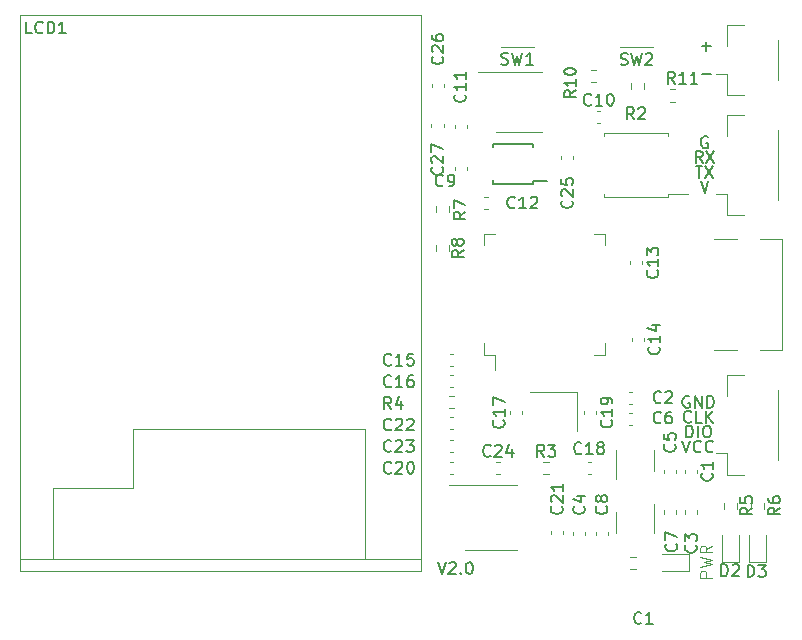
<source format=gbr>
%TF.GenerationSoftware,KiCad,Pcbnew,(6.0.6)*%
%TF.CreationDate,2022-11-24T20:23:29+08:00*%
%TF.ProjectId,Debugger-PCB,44656275-6767-4657-922d-5043422e6b69,rev?*%
%TF.SameCoordinates,Original*%
%TF.FileFunction,Legend,Top*%
%TF.FilePolarity,Positive*%
%FSLAX46Y46*%
G04 Gerber Fmt 4.6, Leading zero omitted, Abs format (unit mm)*
G04 Created by KiCad (PCBNEW (6.0.6)) date 2022-11-24 20:23:29*
%MOMM*%
%LPD*%
G01*
G04 APERTURE LIST*
%ADD10C,0.150000*%
%ADD11C,0.100000*%
%ADD12C,0.120000*%
G04 APERTURE END LIST*
D10*
X152501190Y-130252380D02*
X152834523Y-131252380D01*
X153167857Y-130252380D01*
X153453571Y-130347619D02*
X153501190Y-130300000D01*
X153596428Y-130252380D01*
X153834523Y-130252380D01*
X153929761Y-130300000D01*
X153977380Y-130347619D01*
X154025000Y-130442857D01*
X154025000Y-130538095D01*
X153977380Y-130680952D01*
X153405952Y-131252380D01*
X154025000Y-131252380D01*
X154453571Y-131157142D02*
X154501190Y-131204761D01*
X154453571Y-131252380D01*
X154405952Y-131204761D01*
X154453571Y-131157142D01*
X154453571Y-131252380D01*
X155120238Y-130252380D02*
X155215476Y-130252380D01*
X155310714Y-130300000D01*
X155358333Y-130347619D01*
X155405952Y-130442857D01*
X155453571Y-130633333D01*
X155453571Y-130871428D01*
X155405952Y-131061904D01*
X155358333Y-131157142D01*
X155310714Y-131204761D01*
X155215476Y-131252380D01*
X155120238Y-131252380D01*
X155025000Y-131204761D01*
X154977380Y-131157142D01*
X154929761Y-131061904D01*
X154882142Y-130871428D01*
X154882142Y-130633333D01*
X154929761Y-130442857D01*
X154977380Y-130347619D01*
X155025000Y-130300000D01*
X155120238Y-130252380D01*
X173524990Y-119696913D02*
X173524990Y-118696913D01*
X173763085Y-118696913D01*
X173905942Y-118744533D01*
X174001180Y-118839771D01*
X174048800Y-118935009D01*
X174096419Y-119125485D01*
X174096419Y-119268342D01*
X174048800Y-119458818D01*
X174001180Y-119554056D01*
X173905942Y-119649294D01*
X173763085Y-119696913D01*
X173524990Y-119696913D01*
X174524990Y-119696913D02*
X174524990Y-118696913D01*
X175191657Y-118696913D02*
X175382133Y-118696913D01*
X175477371Y-118744533D01*
X175572609Y-118839771D01*
X175620228Y-119030247D01*
X175620228Y-119363580D01*
X175572609Y-119554056D01*
X175477371Y-119649294D01*
X175382133Y-119696913D01*
X175191657Y-119696913D01*
X175096419Y-119649294D01*
X175001180Y-119554056D01*
X174953561Y-119363580D01*
X174953561Y-119030247D01*
X175001180Y-118839771D01*
X175096419Y-118744533D01*
X175191657Y-118696913D01*
X173215466Y-119958446D02*
X173548800Y-120958446D01*
X173882133Y-119958446D01*
X174786895Y-120863208D02*
X174739276Y-120910827D01*
X174596419Y-120958446D01*
X174501180Y-120958446D01*
X174358323Y-120910827D01*
X174263085Y-120815589D01*
X174215466Y-120720351D01*
X174167847Y-120529875D01*
X174167847Y-120387018D01*
X174215466Y-120196542D01*
X174263085Y-120101304D01*
X174358323Y-120006066D01*
X174501180Y-119958446D01*
X174596419Y-119958446D01*
X174739276Y-120006066D01*
X174786895Y-120053685D01*
X175786895Y-120863208D02*
X175739276Y-120910827D01*
X175596419Y-120958446D01*
X175501180Y-120958446D01*
X175358323Y-120910827D01*
X175263085Y-120815589D01*
X175215466Y-120720351D01*
X175167847Y-120529875D01*
X175167847Y-120387018D01*
X175215466Y-120196542D01*
X175263085Y-120101304D01*
X175358323Y-120006066D01*
X175501180Y-119958446D01*
X175596419Y-119958446D01*
X175739276Y-120006066D01*
X175786895Y-120053685D01*
X175344104Y-94242000D02*
X175248866Y-94194380D01*
X175106009Y-94194380D01*
X174963152Y-94242000D01*
X174867914Y-94337238D01*
X174820295Y-94432476D01*
X174772676Y-94622952D01*
X174772676Y-94765809D01*
X174820295Y-94956285D01*
X174867914Y-95051523D01*
X174963152Y-95146761D01*
X175106009Y-95194380D01*
X175201247Y-95194380D01*
X175344104Y-95146761D01*
X175391723Y-95099142D01*
X175391723Y-94765809D01*
X175201247Y-94765809D01*
X174748866Y-97978979D02*
X175082200Y-98978979D01*
X175415533Y-97978979D01*
X174828247Y-88895228D02*
X175590152Y-88895228D01*
X173953561Y-118340142D02*
X173905942Y-118387761D01*
X173763085Y-118435380D01*
X173667847Y-118435380D01*
X173524990Y-118387761D01*
X173429752Y-118292523D01*
X173382133Y-118197285D01*
X173334514Y-118006809D01*
X173334514Y-117863952D01*
X173382133Y-117673476D01*
X173429752Y-117578238D01*
X173524990Y-117483000D01*
X173667847Y-117435380D01*
X173763085Y-117435380D01*
X173905942Y-117483000D01*
X173953561Y-117530619D01*
X174858323Y-118435380D02*
X174382133Y-118435380D01*
X174382133Y-117435380D01*
X175191657Y-118435380D02*
X175191657Y-117435380D01*
X175763085Y-118435380D02*
X175334514Y-117863952D01*
X175763085Y-117435380D02*
X175191657Y-118006809D01*
X174828247Y-86558428D02*
X175590152Y-86558428D01*
X175209200Y-86939380D02*
X175209200Y-86177476D01*
X173786895Y-116221467D02*
X173691657Y-116173847D01*
X173548800Y-116173847D01*
X173405942Y-116221467D01*
X173310704Y-116316705D01*
X173263085Y-116411943D01*
X173215466Y-116602419D01*
X173215466Y-116745276D01*
X173263085Y-116935752D01*
X173310704Y-117030990D01*
X173405942Y-117126228D01*
X173548800Y-117173847D01*
X173644038Y-117173847D01*
X173786895Y-117126228D01*
X173834514Y-117078609D01*
X173834514Y-116745276D01*
X173644038Y-116745276D01*
X174263085Y-117173847D02*
X174263085Y-116173847D01*
X174834514Y-117173847D01*
X174834514Y-116173847D01*
X175310704Y-117173847D02*
X175310704Y-116173847D01*
X175548800Y-116173847D01*
X175691657Y-116221467D01*
X175786895Y-116316705D01*
X175834514Y-116411943D01*
X175882133Y-116602419D01*
X175882133Y-116745276D01*
X175834514Y-116935752D01*
X175786895Y-117030990D01*
X175691657Y-117126228D01*
X175548800Y-117173847D01*
X175310704Y-117173847D01*
X169733333Y-135382142D02*
X169685714Y-135429761D01*
X169542857Y-135477380D01*
X169447619Y-135477380D01*
X169304761Y-135429761D01*
X169209523Y-135334523D01*
X169161904Y-135239285D01*
X169114285Y-135048809D01*
X169114285Y-134905952D01*
X169161904Y-134715476D01*
X169209523Y-134620238D01*
X169304761Y-134525000D01*
X169447619Y-134477380D01*
X169542857Y-134477380D01*
X169685714Y-134525000D01*
X169733333Y-134572619D01*
X170685714Y-135477380D02*
X170114285Y-135477380D01*
X170400000Y-135477380D02*
X170400000Y-134477380D01*
X170304761Y-134620238D01*
X170209523Y-134715476D01*
X170114285Y-134763095D01*
X174915533Y-96455913D02*
X174582200Y-95979723D01*
X174344104Y-96455913D02*
X174344104Y-95455913D01*
X174725057Y-95455913D01*
X174820295Y-95503533D01*
X174867914Y-95551152D01*
X174915533Y-95646390D01*
X174915533Y-95789247D01*
X174867914Y-95884485D01*
X174820295Y-95932104D01*
X174725057Y-95979723D01*
X174344104Y-95979723D01*
X175248866Y-95455913D02*
X175915533Y-96455913D01*
X175915533Y-95455913D02*
X175248866Y-96455913D01*
X174320295Y-96717446D02*
X174891723Y-96717446D01*
X174606009Y-97717446D02*
X174606009Y-96717446D01*
X175129819Y-96717446D02*
X175796485Y-97717446D01*
X175796485Y-96717446D02*
X175129819Y-97717446D01*
%TO.C,SW1*%
X157891666Y-88079761D02*
X158034523Y-88127380D01*
X158272619Y-88127380D01*
X158367857Y-88079761D01*
X158415476Y-88032142D01*
X158463095Y-87936904D01*
X158463095Y-87841666D01*
X158415476Y-87746428D01*
X158367857Y-87698809D01*
X158272619Y-87651190D01*
X158082142Y-87603571D01*
X157986904Y-87555952D01*
X157939285Y-87508333D01*
X157891666Y-87413095D01*
X157891666Y-87317857D01*
X157939285Y-87222619D01*
X157986904Y-87175000D01*
X158082142Y-87127380D01*
X158320238Y-87127380D01*
X158463095Y-87175000D01*
X158796428Y-87127380D02*
X159034523Y-88127380D01*
X159225000Y-87413095D01*
X159415476Y-88127380D01*
X159653571Y-87127380D01*
X160558333Y-88127380D02*
X159986904Y-88127380D01*
X160272619Y-88127380D02*
X160272619Y-87127380D01*
X160177380Y-87270238D01*
X160082142Y-87365476D01*
X159986904Y-87413095D01*
%TO.C,SW2*%
X167991666Y-88104761D02*
X168134523Y-88152380D01*
X168372619Y-88152380D01*
X168467857Y-88104761D01*
X168515476Y-88057142D01*
X168563095Y-87961904D01*
X168563095Y-87866666D01*
X168515476Y-87771428D01*
X168467857Y-87723809D01*
X168372619Y-87676190D01*
X168182142Y-87628571D01*
X168086904Y-87580952D01*
X168039285Y-87533333D01*
X167991666Y-87438095D01*
X167991666Y-87342857D01*
X168039285Y-87247619D01*
X168086904Y-87200000D01*
X168182142Y-87152380D01*
X168420238Y-87152380D01*
X168563095Y-87200000D01*
X168896428Y-87152380D02*
X169134523Y-88152380D01*
X169325000Y-87438095D01*
X169515476Y-88152380D01*
X169753571Y-87152380D01*
X170086904Y-87247619D02*
X170134523Y-87200000D01*
X170229761Y-87152380D01*
X170467857Y-87152380D01*
X170563095Y-87200000D01*
X170610714Y-87247619D01*
X170658333Y-87342857D01*
X170658333Y-87438095D01*
X170610714Y-87580952D01*
X170039285Y-88152380D01*
X170658333Y-88152380D01*
%TO.C,D3*%
X178738304Y-131490980D02*
X178738304Y-130490980D01*
X178976400Y-130490980D01*
X179119257Y-130538600D01*
X179214495Y-130633838D01*
X179262114Y-130729076D01*
X179309733Y-130919552D01*
X179309733Y-131062409D01*
X179262114Y-131252885D01*
X179214495Y-131348123D01*
X179119257Y-131443361D01*
X178976400Y-131490980D01*
X178738304Y-131490980D01*
X179643066Y-130490980D02*
X180262114Y-130490980D01*
X179928780Y-130871933D01*
X180071638Y-130871933D01*
X180166876Y-130919552D01*
X180214495Y-130967171D01*
X180262114Y-131062409D01*
X180262114Y-131300504D01*
X180214495Y-131395742D01*
X180166876Y-131443361D01*
X180071638Y-131490980D01*
X179785923Y-131490980D01*
X179690685Y-131443361D01*
X179643066Y-131395742D01*
%TO.C,LCD1*%
X118137133Y-85491580D02*
X117660942Y-85491580D01*
X117660942Y-84491580D01*
X119041895Y-85396342D02*
X118994276Y-85443961D01*
X118851419Y-85491580D01*
X118756180Y-85491580D01*
X118613323Y-85443961D01*
X118518085Y-85348723D01*
X118470466Y-85253485D01*
X118422847Y-85063009D01*
X118422847Y-84920152D01*
X118470466Y-84729676D01*
X118518085Y-84634438D01*
X118613323Y-84539200D01*
X118756180Y-84491580D01*
X118851419Y-84491580D01*
X118994276Y-84539200D01*
X119041895Y-84586819D01*
X119470466Y-85491580D02*
X119470466Y-84491580D01*
X119708561Y-84491580D01*
X119851419Y-84539200D01*
X119946657Y-84634438D01*
X119994276Y-84729676D01*
X120041895Y-84920152D01*
X120041895Y-85063009D01*
X119994276Y-85253485D01*
X119946657Y-85348723D01*
X119851419Y-85443961D01*
X119708561Y-85491580D01*
X119470466Y-85491580D01*
X120994276Y-85491580D02*
X120422847Y-85491580D01*
X120708561Y-85491580D02*
X120708561Y-84491580D01*
X120613323Y-84634438D01*
X120518085Y-84729676D01*
X120422847Y-84777295D01*
%TO.C,C9*%
X152944533Y-98350342D02*
X152896914Y-98397961D01*
X152754057Y-98445580D01*
X152658819Y-98445580D01*
X152515961Y-98397961D01*
X152420723Y-98302723D01*
X152373104Y-98207485D01*
X152325485Y-98017009D01*
X152325485Y-97874152D01*
X152373104Y-97683676D01*
X152420723Y-97588438D01*
X152515961Y-97493200D01*
X152658819Y-97445580D01*
X152754057Y-97445580D01*
X152896914Y-97493200D01*
X152944533Y-97540819D01*
X153420723Y-98445580D02*
X153611200Y-98445580D01*
X153706438Y-98397961D01*
X153754057Y-98350342D01*
X153849295Y-98207485D01*
X153896914Y-98017009D01*
X153896914Y-97636057D01*
X153849295Y-97540819D01*
X153801676Y-97493200D01*
X153706438Y-97445580D01*
X153515961Y-97445580D01*
X153420723Y-97493200D01*
X153373104Y-97540819D01*
X153325485Y-97636057D01*
X153325485Y-97874152D01*
X153373104Y-97969390D01*
X153420723Y-98017009D01*
X153515961Y-98064628D01*
X153706438Y-98064628D01*
X153801676Y-98017009D01*
X153849295Y-97969390D01*
X153896914Y-97874152D01*
%TO.C,C25*%
X163856942Y-99652057D02*
X163904561Y-99699676D01*
X163952180Y-99842533D01*
X163952180Y-99937771D01*
X163904561Y-100080628D01*
X163809323Y-100175866D01*
X163714085Y-100223485D01*
X163523609Y-100271104D01*
X163380752Y-100271104D01*
X163190276Y-100223485D01*
X163095038Y-100175866D01*
X162999800Y-100080628D01*
X162952180Y-99937771D01*
X162952180Y-99842533D01*
X162999800Y-99699676D01*
X163047419Y-99652057D01*
X163047419Y-99271104D02*
X162999800Y-99223485D01*
X162952180Y-99128247D01*
X162952180Y-98890152D01*
X162999800Y-98794914D01*
X163047419Y-98747295D01*
X163142657Y-98699676D01*
X163237895Y-98699676D01*
X163380752Y-98747295D01*
X163952180Y-99318723D01*
X163952180Y-98699676D01*
X162952180Y-97794914D02*
X162952180Y-98271104D01*
X163428371Y-98318723D01*
X163380752Y-98271104D01*
X163333133Y-98175866D01*
X163333133Y-97937771D01*
X163380752Y-97842533D01*
X163428371Y-97794914D01*
X163523609Y-97747295D01*
X163761704Y-97747295D01*
X163856942Y-97794914D01*
X163904561Y-97842533D01*
X163952180Y-97937771D01*
X163952180Y-98175866D01*
X163904561Y-98271104D01*
X163856942Y-98318723D01*
%TO.C,R3*%
X161504333Y-121323380D02*
X161171000Y-120847190D01*
X160932904Y-121323380D02*
X160932904Y-120323380D01*
X161313857Y-120323380D01*
X161409095Y-120371000D01*
X161456714Y-120418619D01*
X161504333Y-120513857D01*
X161504333Y-120656714D01*
X161456714Y-120751952D01*
X161409095Y-120799571D01*
X161313857Y-120847190D01*
X160932904Y-120847190D01*
X161837666Y-120323380D02*
X162456714Y-120323380D01*
X162123380Y-120704333D01*
X162266238Y-120704333D01*
X162361476Y-120751952D01*
X162409095Y-120799571D01*
X162456714Y-120894809D01*
X162456714Y-121132904D01*
X162409095Y-121228142D01*
X162361476Y-121275761D01*
X162266238Y-121323380D01*
X161980523Y-121323380D01*
X161885285Y-121275761D01*
X161837666Y-121228142D01*
%TO.C,C15*%
X148556742Y-113514142D02*
X148509123Y-113561761D01*
X148366266Y-113609380D01*
X148271028Y-113609380D01*
X148128171Y-113561761D01*
X148032933Y-113466523D01*
X147985314Y-113371285D01*
X147937695Y-113180809D01*
X147937695Y-113037952D01*
X147985314Y-112847476D01*
X148032933Y-112752238D01*
X148128171Y-112657000D01*
X148271028Y-112609380D01*
X148366266Y-112609380D01*
X148509123Y-112657000D01*
X148556742Y-112704619D01*
X149509123Y-113609380D02*
X148937695Y-113609380D01*
X149223409Y-113609380D02*
X149223409Y-112609380D01*
X149128171Y-112752238D01*
X149032933Y-112847476D01*
X148937695Y-112895095D01*
X150413885Y-112609380D02*
X149937695Y-112609380D01*
X149890076Y-113085571D01*
X149937695Y-113037952D01*
X150032933Y-112990333D01*
X150271028Y-112990333D01*
X150366266Y-113037952D01*
X150413885Y-113085571D01*
X150461504Y-113180809D01*
X150461504Y-113418904D01*
X150413885Y-113514142D01*
X150366266Y-113561761D01*
X150271028Y-113609380D01*
X150032933Y-113609380D01*
X149937695Y-113561761D01*
X149890076Y-113514142D01*
%TO.C,C10*%
X165478142Y-91498142D02*
X165430523Y-91545761D01*
X165287666Y-91593380D01*
X165192428Y-91593380D01*
X165049571Y-91545761D01*
X164954333Y-91450523D01*
X164906714Y-91355285D01*
X164859095Y-91164809D01*
X164859095Y-91021952D01*
X164906714Y-90831476D01*
X164954333Y-90736238D01*
X165049571Y-90641000D01*
X165192428Y-90593380D01*
X165287666Y-90593380D01*
X165430523Y-90641000D01*
X165478142Y-90688619D01*
X166430523Y-91593380D02*
X165859095Y-91593380D01*
X166144809Y-91593380D02*
X166144809Y-90593380D01*
X166049571Y-90736238D01*
X165954333Y-90831476D01*
X165859095Y-90879095D01*
X167049571Y-90593380D02*
X167144809Y-90593380D01*
X167240047Y-90641000D01*
X167287666Y-90688619D01*
X167335285Y-90783857D01*
X167382904Y-90974333D01*
X167382904Y-91212428D01*
X167335285Y-91402904D01*
X167287666Y-91498142D01*
X167240047Y-91545761D01*
X167144809Y-91593380D01*
X167049571Y-91593380D01*
X166954333Y-91545761D01*
X166906714Y-91498142D01*
X166859095Y-91402904D01*
X166811476Y-91212428D01*
X166811476Y-90974333D01*
X166859095Y-90783857D01*
X166906714Y-90688619D01*
X166954333Y-90641000D01*
X167049571Y-90593380D01*
%TO.C,C16*%
X148556742Y-115342942D02*
X148509123Y-115390561D01*
X148366266Y-115438180D01*
X148271028Y-115438180D01*
X148128171Y-115390561D01*
X148032933Y-115295323D01*
X147985314Y-115200085D01*
X147937695Y-115009609D01*
X147937695Y-114866752D01*
X147985314Y-114676276D01*
X148032933Y-114581038D01*
X148128171Y-114485800D01*
X148271028Y-114438180D01*
X148366266Y-114438180D01*
X148509123Y-114485800D01*
X148556742Y-114533419D01*
X149509123Y-115438180D02*
X148937695Y-115438180D01*
X149223409Y-115438180D02*
X149223409Y-114438180D01*
X149128171Y-114581038D01*
X149032933Y-114676276D01*
X148937695Y-114723895D01*
X150366266Y-114438180D02*
X150175790Y-114438180D01*
X150080552Y-114485800D01*
X150032933Y-114533419D01*
X149937695Y-114676276D01*
X149890076Y-114866752D01*
X149890076Y-115247704D01*
X149937695Y-115342942D01*
X149985314Y-115390561D01*
X150080552Y-115438180D01*
X150271028Y-115438180D01*
X150366266Y-115390561D01*
X150413885Y-115342942D01*
X150461504Y-115247704D01*
X150461504Y-115009609D01*
X150413885Y-114914371D01*
X150366266Y-114866752D01*
X150271028Y-114819133D01*
X150080552Y-114819133D01*
X149985314Y-114866752D01*
X149937695Y-114914371D01*
X149890076Y-115009609D01*
%TO.C,C18*%
X164660342Y-121007142D02*
X164612723Y-121054761D01*
X164469866Y-121102380D01*
X164374628Y-121102380D01*
X164231771Y-121054761D01*
X164136533Y-120959523D01*
X164088914Y-120864285D01*
X164041295Y-120673809D01*
X164041295Y-120530952D01*
X164088914Y-120340476D01*
X164136533Y-120245238D01*
X164231771Y-120150000D01*
X164374628Y-120102380D01*
X164469866Y-120102380D01*
X164612723Y-120150000D01*
X164660342Y-120197619D01*
X165612723Y-121102380D02*
X165041295Y-121102380D01*
X165327009Y-121102380D02*
X165327009Y-120102380D01*
X165231771Y-120245238D01*
X165136533Y-120340476D01*
X165041295Y-120388095D01*
X166184152Y-120530952D02*
X166088914Y-120483333D01*
X166041295Y-120435714D01*
X165993676Y-120340476D01*
X165993676Y-120292857D01*
X166041295Y-120197619D01*
X166088914Y-120150000D01*
X166184152Y-120102380D01*
X166374628Y-120102380D01*
X166469866Y-120150000D01*
X166517485Y-120197619D01*
X166565104Y-120292857D01*
X166565104Y-120340476D01*
X166517485Y-120435714D01*
X166469866Y-120483333D01*
X166374628Y-120530952D01*
X166184152Y-120530952D01*
X166088914Y-120578571D01*
X166041295Y-120626190D01*
X165993676Y-120721428D01*
X165993676Y-120911904D01*
X166041295Y-121007142D01*
X166088914Y-121054761D01*
X166184152Y-121102380D01*
X166374628Y-121102380D01*
X166469866Y-121054761D01*
X166517485Y-121007142D01*
X166565104Y-120911904D01*
X166565104Y-120721428D01*
X166517485Y-120626190D01*
X166469866Y-120578571D01*
X166374628Y-120530952D01*
%TO.C,C23*%
X148556742Y-120829342D02*
X148509123Y-120876961D01*
X148366266Y-120924580D01*
X148271028Y-120924580D01*
X148128171Y-120876961D01*
X148032933Y-120781723D01*
X147985314Y-120686485D01*
X147937695Y-120496009D01*
X147937695Y-120353152D01*
X147985314Y-120162676D01*
X148032933Y-120067438D01*
X148128171Y-119972200D01*
X148271028Y-119924580D01*
X148366266Y-119924580D01*
X148509123Y-119972200D01*
X148556742Y-120019819D01*
X148937695Y-120019819D02*
X148985314Y-119972200D01*
X149080552Y-119924580D01*
X149318647Y-119924580D01*
X149413885Y-119972200D01*
X149461504Y-120019819D01*
X149509123Y-120115057D01*
X149509123Y-120210295D01*
X149461504Y-120353152D01*
X148890076Y-120924580D01*
X149509123Y-120924580D01*
X149842457Y-119924580D02*
X150461504Y-119924580D01*
X150128171Y-120305533D01*
X150271028Y-120305533D01*
X150366266Y-120353152D01*
X150413885Y-120400771D01*
X150461504Y-120496009D01*
X150461504Y-120734104D01*
X150413885Y-120829342D01*
X150366266Y-120876961D01*
X150271028Y-120924580D01*
X149985314Y-120924580D01*
X149890076Y-120876961D01*
X149842457Y-120829342D01*
D11*
%TO.C,D1*%
X175712380Y-131559133D02*
X174712380Y-131559133D01*
X174712380Y-131178180D01*
X174760000Y-131082942D01*
X174807619Y-131035323D01*
X174902857Y-130987704D01*
X175045714Y-130987704D01*
X175140952Y-131035323D01*
X175188571Y-131082942D01*
X175236190Y-131178180D01*
X175236190Y-131559133D01*
X174712380Y-130654371D02*
X175712380Y-130416276D01*
X174998095Y-130225800D01*
X175712380Y-130035323D01*
X174712380Y-129797228D01*
X175712380Y-128844847D02*
X175236190Y-129178180D01*
X175712380Y-129416276D02*
X174712380Y-129416276D01*
X174712380Y-129035323D01*
X174760000Y-128940085D01*
X174807619Y-128892466D01*
X174902857Y-128844847D01*
X175045714Y-128844847D01*
X175140952Y-128892466D01*
X175188571Y-128940085D01*
X175236190Y-129035323D01*
X175236190Y-129416276D01*
D10*
%TO.C,C26*%
X152882142Y-87442857D02*
X152929761Y-87490476D01*
X152977380Y-87633333D01*
X152977380Y-87728571D01*
X152929761Y-87871428D01*
X152834523Y-87966666D01*
X152739285Y-88014285D01*
X152548809Y-88061904D01*
X152405952Y-88061904D01*
X152215476Y-88014285D01*
X152120238Y-87966666D01*
X152025000Y-87871428D01*
X151977380Y-87728571D01*
X151977380Y-87633333D01*
X152025000Y-87490476D01*
X152072619Y-87442857D01*
X152072619Y-87061904D02*
X152025000Y-87014285D01*
X151977380Y-86919047D01*
X151977380Y-86680952D01*
X152025000Y-86585714D01*
X152072619Y-86538095D01*
X152167857Y-86490476D01*
X152263095Y-86490476D01*
X152405952Y-86538095D01*
X152977380Y-87109523D01*
X152977380Y-86490476D01*
X151977380Y-85633333D02*
X151977380Y-85823809D01*
X152025000Y-85919047D01*
X152072619Y-85966666D01*
X152215476Y-86061904D01*
X152405952Y-86109523D01*
X152786904Y-86109523D01*
X152882142Y-86061904D01*
X152929761Y-86014285D01*
X152977380Y-85919047D01*
X152977380Y-85728571D01*
X152929761Y-85633333D01*
X152882142Y-85585714D01*
X152786904Y-85538095D01*
X152548809Y-85538095D01*
X152453571Y-85585714D01*
X152405952Y-85633333D01*
X152358333Y-85728571D01*
X152358333Y-85919047D01*
X152405952Y-86014285D01*
X152453571Y-86061904D01*
X152548809Y-86109523D01*
%TO.C,R2*%
X169108333Y-92752380D02*
X168775000Y-92276190D01*
X168536904Y-92752380D02*
X168536904Y-91752380D01*
X168917857Y-91752380D01*
X169013095Y-91800000D01*
X169060714Y-91847619D01*
X169108333Y-91942857D01*
X169108333Y-92085714D01*
X169060714Y-92180952D01*
X169013095Y-92228571D01*
X168917857Y-92276190D01*
X168536904Y-92276190D01*
X169489285Y-91847619D02*
X169536904Y-91800000D01*
X169632142Y-91752380D01*
X169870238Y-91752380D01*
X169965476Y-91800000D01*
X170013095Y-91847619D01*
X170060714Y-91942857D01*
X170060714Y-92038095D01*
X170013095Y-92180952D01*
X169441666Y-92752380D01*
X170060714Y-92752380D01*
%TO.C,C21*%
X162980642Y-125541066D02*
X163028261Y-125588685D01*
X163075880Y-125731542D01*
X163075880Y-125826780D01*
X163028261Y-125969637D01*
X162933023Y-126064875D01*
X162837785Y-126112494D01*
X162647309Y-126160113D01*
X162504452Y-126160113D01*
X162313976Y-126112494D01*
X162218738Y-126064875D01*
X162123500Y-125969637D01*
X162075880Y-125826780D01*
X162075880Y-125731542D01*
X162123500Y-125588685D01*
X162171119Y-125541066D01*
X162171119Y-125160113D02*
X162123500Y-125112494D01*
X162075880Y-125017256D01*
X162075880Y-124779161D01*
X162123500Y-124683923D01*
X162171119Y-124636304D01*
X162266357Y-124588685D01*
X162361595Y-124588685D01*
X162504452Y-124636304D01*
X163075880Y-125207732D01*
X163075880Y-124588685D01*
X163075880Y-123636304D02*
X163075880Y-124207732D01*
X163075880Y-123922018D02*
X162075880Y-123922018D01*
X162218738Y-124017256D01*
X162313976Y-124112494D01*
X162361595Y-124207732D01*
%TO.C,C22*%
X148556742Y-119000542D02*
X148509123Y-119048161D01*
X148366266Y-119095780D01*
X148271028Y-119095780D01*
X148128171Y-119048161D01*
X148032933Y-118952923D01*
X147985314Y-118857685D01*
X147937695Y-118667209D01*
X147937695Y-118524352D01*
X147985314Y-118333876D01*
X148032933Y-118238638D01*
X148128171Y-118143400D01*
X148271028Y-118095780D01*
X148366266Y-118095780D01*
X148509123Y-118143400D01*
X148556742Y-118191019D01*
X148937695Y-118191019D02*
X148985314Y-118143400D01*
X149080552Y-118095780D01*
X149318647Y-118095780D01*
X149413885Y-118143400D01*
X149461504Y-118191019D01*
X149509123Y-118286257D01*
X149509123Y-118381495D01*
X149461504Y-118524352D01*
X148890076Y-119095780D01*
X149509123Y-119095780D01*
X149890076Y-118191019D02*
X149937695Y-118143400D01*
X150032933Y-118095780D01*
X150271028Y-118095780D01*
X150366266Y-118143400D01*
X150413885Y-118191019D01*
X150461504Y-118286257D01*
X150461504Y-118381495D01*
X150413885Y-118524352D01*
X149842457Y-119095780D01*
X150461504Y-119095780D01*
%TO.C,R6*%
X181460380Y-125642666D02*
X180984190Y-125976000D01*
X181460380Y-126214095D02*
X180460380Y-126214095D01*
X180460380Y-125833142D01*
X180508000Y-125737904D01*
X180555619Y-125690285D01*
X180650857Y-125642666D01*
X180793714Y-125642666D01*
X180888952Y-125690285D01*
X180936571Y-125737904D01*
X180984190Y-125833142D01*
X180984190Y-126214095D01*
X180460380Y-124785523D02*
X180460380Y-124976000D01*
X180508000Y-125071238D01*
X180555619Y-125118857D01*
X180698476Y-125214095D01*
X180888952Y-125261714D01*
X181269904Y-125261714D01*
X181365142Y-125214095D01*
X181412761Y-125166476D01*
X181460380Y-125071238D01*
X181460380Y-124880761D01*
X181412761Y-124785523D01*
X181365142Y-124737904D01*
X181269904Y-124690285D01*
X181031809Y-124690285D01*
X180936571Y-124737904D01*
X180888952Y-124785523D01*
X180841333Y-124880761D01*
X180841333Y-125071238D01*
X180888952Y-125166476D01*
X180936571Y-125214095D01*
X181031809Y-125261714D01*
%TO.C,C8*%
X166765242Y-125541066D02*
X166812861Y-125588685D01*
X166860480Y-125731542D01*
X166860480Y-125826780D01*
X166812861Y-125969638D01*
X166717623Y-126064876D01*
X166622385Y-126112495D01*
X166431909Y-126160114D01*
X166289052Y-126160114D01*
X166098576Y-126112495D01*
X166003338Y-126064876D01*
X165908100Y-125969638D01*
X165860480Y-125826780D01*
X165860480Y-125731542D01*
X165908100Y-125588685D01*
X165955719Y-125541066D01*
X166289052Y-124969638D02*
X166241433Y-125064876D01*
X166193814Y-125112495D01*
X166098576Y-125160114D01*
X166050957Y-125160114D01*
X165955719Y-125112495D01*
X165908100Y-125064876D01*
X165860480Y-124969638D01*
X165860480Y-124779161D01*
X165908100Y-124683923D01*
X165955719Y-124636304D01*
X166050957Y-124588685D01*
X166098576Y-124588685D01*
X166193814Y-124636304D01*
X166241433Y-124683923D01*
X166289052Y-124779161D01*
X166289052Y-124969638D01*
X166336671Y-125064876D01*
X166384290Y-125112495D01*
X166479528Y-125160114D01*
X166670004Y-125160114D01*
X166765242Y-125112495D01*
X166812861Y-125064876D01*
X166860480Y-124969638D01*
X166860480Y-124779161D01*
X166812861Y-124683923D01*
X166765242Y-124636304D01*
X166670004Y-124588685D01*
X166479528Y-124588685D01*
X166384290Y-124636304D01*
X166336671Y-124683923D01*
X166289052Y-124779161D01*
%TO.C,C14*%
X171205142Y-112021857D02*
X171252761Y-112069476D01*
X171300380Y-112212333D01*
X171300380Y-112307571D01*
X171252761Y-112450428D01*
X171157523Y-112545666D01*
X171062285Y-112593285D01*
X170871809Y-112640904D01*
X170728952Y-112640904D01*
X170538476Y-112593285D01*
X170443238Y-112545666D01*
X170348000Y-112450428D01*
X170300380Y-112307571D01*
X170300380Y-112212333D01*
X170348000Y-112069476D01*
X170395619Y-112021857D01*
X171300380Y-111069476D02*
X171300380Y-111640904D01*
X171300380Y-111355190D02*
X170300380Y-111355190D01*
X170443238Y-111450428D01*
X170538476Y-111545666D01*
X170586095Y-111640904D01*
X170633714Y-110212333D02*
X171300380Y-110212333D01*
X170252761Y-110450428D02*
X170967047Y-110688523D01*
X170967047Y-110069476D01*
%TO.C,C2*%
X171384933Y-116689142D02*
X171337314Y-116736761D01*
X171194457Y-116784380D01*
X171099219Y-116784380D01*
X170956361Y-116736761D01*
X170861123Y-116641523D01*
X170813504Y-116546285D01*
X170765885Y-116355809D01*
X170765885Y-116212952D01*
X170813504Y-116022476D01*
X170861123Y-115927238D01*
X170956361Y-115832000D01*
X171099219Y-115784380D01*
X171194457Y-115784380D01*
X171337314Y-115832000D01*
X171384933Y-115879619D01*
X171765885Y-115879619D02*
X171813504Y-115832000D01*
X171908742Y-115784380D01*
X172146838Y-115784380D01*
X172242076Y-115832000D01*
X172289695Y-115879619D01*
X172337314Y-115974857D01*
X172337314Y-116070095D01*
X172289695Y-116212952D01*
X171718266Y-116784380D01*
X172337314Y-116784380D01*
%TO.C,C5*%
X172543742Y-120283266D02*
X172591361Y-120330885D01*
X172638980Y-120473742D01*
X172638980Y-120568980D01*
X172591361Y-120711838D01*
X172496123Y-120807076D01*
X172400885Y-120854695D01*
X172210409Y-120902314D01*
X172067552Y-120902314D01*
X171877076Y-120854695D01*
X171781838Y-120807076D01*
X171686600Y-120711838D01*
X171638980Y-120568980D01*
X171638980Y-120473742D01*
X171686600Y-120330885D01*
X171734219Y-120283266D01*
X171638980Y-119378504D02*
X171638980Y-119854695D01*
X172115171Y-119902314D01*
X172067552Y-119854695D01*
X172019933Y-119759457D01*
X172019933Y-119521361D01*
X172067552Y-119426123D01*
X172115171Y-119378504D01*
X172210409Y-119330885D01*
X172448504Y-119330885D01*
X172543742Y-119378504D01*
X172591361Y-119426123D01*
X172638980Y-119521361D01*
X172638980Y-119759457D01*
X172591361Y-119854695D01*
X172543742Y-119902314D01*
%TO.C,R10*%
X164202380Y-90317857D02*
X163726190Y-90651190D01*
X164202380Y-90889285D02*
X163202380Y-90889285D01*
X163202380Y-90508333D01*
X163250000Y-90413095D01*
X163297619Y-90365476D01*
X163392857Y-90317857D01*
X163535714Y-90317857D01*
X163630952Y-90365476D01*
X163678571Y-90413095D01*
X163726190Y-90508333D01*
X163726190Y-90889285D01*
X164202380Y-89365476D02*
X164202380Y-89936904D01*
X164202380Y-89651190D02*
X163202380Y-89651190D01*
X163345238Y-89746428D01*
X163440476Y-89841666D01*
X163488095Y-89936904D01*
X163202380Y-88746428D02*
X163202380Y-88651190D01*
X163250000Y-88555952D01*
X163297619Y-88508333D01*
X163392857Y-88460714D01*
X163583333Y-88413095D01*
X163821428Y-88413095D01*
X164011904Y-88460714D01*
X164107142Y-88508333D01*
X164154761Y-88555952D01*
X164202380Y-88651190D01*
X164202380Y-88746428D01*
X164154761Y-88841666D01*
X164107142Y-88889285D01*
X164011904Y-88936904D01*
X163821428Y-88984523D01*
X163583333Y-88984523D01*
X163392857Y-88936904D01*
X163297619Y-88889285D01*
X163250000Y-88841666D01*
X163202380Y-88746428D01*
%TO.C,C24*%
X156964142Y-121228142D02*
X156916523Y-121275761D01*
X156773666Y-121323380D01*
X156678428Y-121323380D01*
X156535571Y-121275761D01*
X156440333Y-121180523D01*
X156392714Y-121085285D01*
X156345095Y-120894809D01*
X156345095Y-120751952D01*
X156392714Y-120561476D01*
X156440333Y-120466238D01*
X156535571Y-120371000D01*
X156678428Y-120323380D01*
X156773666Y-120323380D01*
X156916523Y-120371000D01*
X156964142Y-120418619D01*
X157345095Y-120418619D02*
X157392714Y-120371000D01*
X157487952Y-120323380D01*
X157726047Y-120323380D01*
X157821285Y-120371000D01*
X157868904Y-120418619D01*
X157916523Y-120513857D01*
X157916523Y-120609095D01*
X157868904Y-120751952D01*
X157297476Y-121323380D01*
X157916523Y-121323380D01*
X158773666Y-120656714D02*
X158773666Y-121323380D01*
X158535571Y-120275761D02*
X158297476Y-120990047D01*
X158916523Y-120990047D01*
%TO.C,C13*%
X171078142Y-105544857D02*
X171125761Y-105592476D01*
X171173380Y-105735333D01*
X171173380Y-105830571D01*
X171125761Y-105973428D01*
X171030523Y-106068666D01*
X170935285Y-106116285D01*
X170744809Y-106163904D01*
X170601952Y-106163904D01*
X170411476Y-106116285D01*
X170316238Y-106068666D01*
X170221000Y-105973428D01*
X170173380Y-105830571D01*
X170173380Y-105735333D01*
X170221000Y-105592476D01*
X170268619Y-105544857D01*
X171173380Y-104592476D02*
X171173380Y-105163904D01*
X171173380Y-104878190D02*
X170173380Y-104878190D01*
X170316238Y-104973428D01*
X170411476Y-105068666D01*
X170459095Y-105163904D01*
X170173380Y-104259142D02*
X170173380Y-103640095D01*
X170554333Y-103973428D01*
X170554333Y-103830571D01*
X170601952Y-103735333D01*
X170649571Y-103687714D01*
X170744809Y-103640095D01*
X170982904Y-103640095D01*
X171078142Y-103687714D01*
X171125761Y-103735333D01*
X171173380Y-103830571D01*
X171173380Y-104116285D01*
X171125761Y-104211523D01*
X171078142Y-104259142D01*
%TO.C,R8*%
X154681180Y-103824066D02*
X154204990Y-104157400D01*
X154681180Y-104395495D02*
X153681180Y-104395495D01*
X153681180Y-104014542D01*
X153728800Y-103919304D01*
X153776419Y-103871685D01*
X153871657Y-103824066D01*
X154014514Y-103824066D01*
X154109752Y-103871685D01*
X154157371Y-103919304D01*
X154204990Y-104014542D01*
X154204990Y-104395495D01*
X154109752Y-103252638D02*
X154062133Y-103347876D01*
X154014514Y-103395495D01*
X153919276Y-103443114D01*
X153871657Y-103443114D01*
X153776419Y-103395495D01*
X153728800Y-103347876D01*
X153681180Y-103252638D01*
X153681180Y-103062161D01*
X153728800Y-102966923D01*
X153776419Y-102919304D01*
X153871657Y-102871685D01*
X153919276Y-102871685D01*
X154014514Y-102919304D01*
X154062133Y-102966923D01*
X154109752Y-103062161D01*
X154109752Y-103252638D01*
X154157371Y-103347876D01*
X154204990Y-103395495D01*
X154300228Y-103443114D01*
X154490704Y-103443114D01*
X154585942Y-103395495D01*
X154633561Y-103347876D01*
X154681180Y-103252638D01*
X154681180Y-103062161D01*
X154633561Y-102966923D01*
X154585942Y-102919304D01*
X154490704Y-102871685D01*
X154300228Y-102871685D01*
X154204990Y-102919304D01*
X154157371Y-102966923D01*
X154109752Y-103062161D01*
%TO.C,C7*%
X172670742Y-128716066D02*
X172718361Y-128763685D01*
X172765980Y-128906542D01*
X172765980Y-129001780D01*
X172718361Y-129144638D01*
X172623123Y-129239876D01*
X172527885Y-129287495D01*
X172337409Y-129335114D01*
X172194552Y-129335114D01*
X172004076Y-129287495D01*
X171908838Y-129239876D01*
X171813600Y-129144638D01*
X171765980Y-129001780D01*
X171765980Y-128906542D01*
X171813600Y-128763685D01*
X171861219Y-128716066D01*
X171765980Y-128382733D02*
X171765980Y-127716066D01*
X172765980Y-128144638D01*
%TO.C,C1*%
X175693342Y-122721666D02*
X175740961Y-122769285D01*
X175788580Y-122912142D01*
X175788580Y-123007380D01*
X175740961Y-123150238D01*
X175645723Y-123245476D01*
X175550485Y-123293095D01*
X175360009Y-123340714D01*
X175217152Y-123340714D01*
X175026676Y-123293095D01*
X174931438Y-123245476D01*
X174836200Y-123150238D01*
X174788580Y-123007380D01*
X174788580Y-122912142D01*
X174836200Y-122769285D01*
X174883819Y-122721666D01*
X175788580Y-121769285D02*
X175788580Y-122340714D01*
X175788580Y-122055000D02*
X174788580Y-122055000D01*
X174931438Y-122150238D01*
X175026676Y-122245476D01*
X175074295Y-122340714D01*
%TO.C,R11*%
X172582142Y-89727380D02*
X172248809Y-89251190D01*
X172010714Y-89727380D02*
X172010714Y-88727380D01*
X172391666Y-88727380D01*
X172486904Y-88775000D01*
X172534523Y-88822619D01*
X172582142Y-88917857D01*
X172582142Y-89060714D01*
X172534523Y-89155952D01*
X172486904Y-89203571D01*
X172391666Y-89251190D01*
X172010714Y-89251190D01*
X173534523Y-89727380D02*
X172963095Y-89727380D01*
X173248809Y-89727380D02*
X173248809Y-88727380D01*
X173153571Y-88870238D01*
X173058333Y-88965476D01*
X172963095Y-89013095D01*
X174486904Y-89727380D02*
X173915476Y-89727380D01*
X174201190Y-89727380D02*
X174201190Y-88727380D01*
X174105952Y-88870238D01*
X174010714Y-88965476D01*
X173915476Y-89013095D01*
%TO.C,R7*%
X154833580Y-100598266D02*
X154357390Y-100931600D01*
X154833580Y-101169695D02*
X153833580Y-101169695D01*
X153833580Y-100788742D01*
X153881200Y-100693504D01*
X153928819Y-100645885D01*
X154024057Y-100598266D01*
X154166914Y-100598266D01*
X154262152Y-100645885D01*
X154309771Y-100693504D01*
X154357390Y-100788742D01*
X154357390Y-101169695D01*
X153833580Y-100264933D02*
X153833580Y-99598266D01*
X154833580Y-100026838D01*
%TO.C,R4*%
X148556742Y-117266980D02*
X148223409Y-116790790D01*
X147985313Y-117266980D02*
X147985313Y-116266980D01*
X148366266Y-116266980D01*
X148461504Y-116314600D01*
X148509123Y-116362219D01*
X148556742Y-116457457D01*
X148556742Y-116600314D01*
X148509123Y-116695552D01*
X148461504Y-116743171D01*
X148366266Y-116790790D01*
X147985313Y-116790790D01*
X149413885Y-116600314D02*
X149413885Y-117266980D01*
X149175789Y-116219361D02*
X148937694Y-116933647D01*
X149556742Y-116933647D01*
%TO.C,C3*%
X174321742Y-128817666D02*
X174369361Y-128865285D01*
X174416980Y-129008142D01*
X174416980Y-129103380D01*
X174369361Y-129246238D01*
X174274123Y-129341476D01*
X174178885Y-129389095D01*
X173988409Y-129436714D01*
X173845552Y-129436714D01*
X173655076Y-129389095D01*
X173559838Y-129341476D01*
X173464600Y-129246238D01*
X173416980Y-129103380D01*
X173416980Y-129008142D01*
X173464600Y-128865285D01*
X173512219Y-128817666D01*
X173416980Y-128484333D02*
X173416980Y-127865285D01*
X173797933Y-128198619D01*
X173797933Y-128055761D01*
X173845552Y-127960523D01*
X173893171Y-127912904D01*
X173988409Y-127865285D01*
X174226504Y-127865285D01*
X174321742Y-127912904D01*
X174369361Y-127960523D01*
X174416980Y-128055761D01*
X174416980Y-128341476D01*
X174369361Y-128436714D01*
X174321742Y-128484333D01*
%TO.C,C19*%
X167184342Y-118219457D02*
X167231961Y-118267076D01*
X167279580Y-118409933D01*
X167279580Y-118505171D01*
X167231961Y-118648028D01*
X167136723Y-118743266D01*
X167041485Y-118790885D01*
X166851009Y-118838504D01*
X166708152Y-118838504D01*
X166517676Y-118790885D01*
X166422438Y-118743266D01*
X166327200Y-118648028D01*
X166279580Y-118505171D01*
X166279580Y-118409933D01*
X166327200Y-118267076D01*
X166374819Y-118219457D01*
X167279580Y-117267076D02*
X167279580Y-117838504D01*
X167279580Y-117552790D02*
X166279580Y-117552790D01*
X166422438Y-117648028D01*
X166517676Y-117743266D01*
X166565295Y-117838504D01*
X167279580Y-116790885D02*
X167279580Y-116600409D01*
X167231961Y-116505171D01*
X167184342Y-116457552D01*
X167041485Y-116362314D01*
X166851009Y-116314695D01*
X166470057Y-116314695D01*
X166374819Y-116362314D01*
X166327200Y-116409933D01*
X166279580Y-116505171D01*
X166279580Y-116695647D01*
X166327200Y-116790885D01*
X166374819Y-116838504D01*
X166470057Y-116886123D01*
X166708152Y-116886123D01*
X166803390Y-116838504D01*
X166851009Y-116790885D01*
X166898628Y-116695647D01*
X166898628Y-116505171D01*
X166851009Y-116409933D01*
X166803390Y-116362314D01*
X166708152Y-116314695D01*
%TO.C,C17*%
X158058142Y-118244857D02*
X158105761Y-118292476D01*
X158153380Y-118435333D01*
X158153380Y-118530571D01*
X158105761Y-118673428D01*
X158010523Y-118768666D01*
X157915285Y-118816285D01*
X157724809Y-118863904D01*
X157581952Y-118863904D01*
X157391476Y-118816285D01*
X157296238Y-118768666D01*
X157201000Y-118673428D01*
X157153380Y-118530571D01*
X157153380Y-118435333D01*
X157201000Y-118292476D01*
X157248619Y-118244857D01*
X158153380Y-117292476D02*
X158153380Y-117863904D01*
X158153380Y-117578190D02*
X157153380Y-117578190D01*
X157296238Y-117673428D01*
X157391476Y-117768666D01*
X157439095Y-117863904D01*
X157153380Y-116959142D02*
X157153380Y-116292476D01*
X158153380Y-116721047D01*
%TO.C,C12*%
X159021542Y-100204542D02*
X158973923Y-100252161D01*
X158831066Y-100299780D01*
X158735828Y-100299780D01*
X158592971Y-100252161D01*
X158497733Y-100156923D01*
X158450114Y-100061685D01*
X158402495Y-99871209D01*
X158402495Y-99728352D01*
X158450114Y-99537876D01*
X158497733Y-99442638D01*
X158592971Y-99347400D01*
X158735828Y-99299780D01*
X158831066Y-99299780D01*
X158973923Y-99347400D01*
X159021542Y-99395019D01*
X159973923Y-100299780D02*
X159402495Y-100299780D01*
X159688209Y-100299780D02*
X159688209Y-99299780D01*
X159592971Y-99442638D01*
X159497733Y-99537876D01*
X159402495Y-99585495D01*
X160354876Y-99395019D02*
X160402495Y-99347400D01*
X160497733Y-99299780D01*
X160735828Y-99299780D01*
X160831066Y-99347400D01*
X160878685Y-99395019D01*
X160926304Y-99490257D01*
X160926304Y-99585495D01*
X160878685Y-99728352D01*
X160307257Y-100299780D01*
X160926304Y-100299780D01*
%TO.C,D2*%
X176503104Y-131440180D02*
X176503104Y-130440180D01*
X176741200Y-130440180D01*
X176884057Y-130487800D01*
X176979295Y-130583038D01*
X177026914Y-130678276D01*
X177074533Y-130868752D01*
X177074533Y-131011609D01*
X177026914Y-131202085D01*
X176979295Y-131297323D01*
X176884057Y-131392561D01*
X176741200Y-131440180D01*
X176503104Y-131440180D01*
X177455485Y-130535419D02*
X177503104Y-130487800D01*
X177598342Y-130440180D01*
X177836438Y-130440180D01*
X177931676Y-130487800D01*
X177979295Y-130535419D01*
X178026914Y-130630657D01*
X178026914Y-130725895D01*
X177979295Y-130868752D01*
X177407866Y-131440180D01*
X178026914Y-131440180D01*
%TO.C,C6*%
X171384933Y-118416342D02*
X171337314Y-118463961D01*
X171194457Y-118511580D01*
X171099219Y-118511580D01*
X170956361Y-118463961D01*
X170861123Y-118368723D01*
X170813504Y-118273485D01*
X170765885Y-118083009D01*
X170765885Y-117940152D01*
X170813504Y-117749676D01*
X170861123Y-117654438D01*
X170956361Y-117559200D01*
X171099219Y-117511580D01*
X171194457Y-117511580D01*
X171337314Y-117559200D01*
X171384933Y-117606819D01*
X172242076Y-117511580D02*
X172051600Y-117511580D01*
X171956361Y-117559200D01*
X171908742Y-117606819D01*
X171813504Y-117749676D01*
X171765885Y-117940152D01*
X171765885Y-118321104D01*
X171813504Y-118416342D01*
X171861123Y-118463961D01*
X171956361Y-118511580D01*
X172146838Y-118511580D01*
X172242076Y-118463961D01*
X172289695Y-118416342D01*
X172337314Y-118321104D01*
X172337314Y-118083009D01*
X172289695Y-117987771D01*
X172242076Y-117940152D01*
X172146838Y-117892533D01*
X171956361Y-117892533D01*
X171861123Y-117940152D01*
X171813504Y-117987771D01*
X171765885Y-118083009D01*
%TO.C,C11*%
X154782142Y-90667857D02*
X154829761Y-90715476D01*
X154877380Y-90858333D01*
X154877380Y-90953571D01*
X154829761Y-91096428D01*
X154734523Y-91191666D01*
X154639285Y-91239285D01*
X154448809Y-91286904D01*
X154305952Y-91286904D01*
X154115476Y-91239285D01*
X154020238Y-91191666D01*
X153925000Y-91096428D01*
X153877380Y-90953571D01*
X153877380Y-90858333D01*
X153925000Y-90715476D01*
X153972619Y-90667857D01*
X154877380Y-89715476D02*
X154877380Y-90286904D01*
X154877380Y-90001190D02*
X153877380Y-90001190D01*
X154020238Y-90096428D01*
X154115476Y-90191666D01*
X154163095Y-90286904D01*
X154877380Y-88763095D02*
X154877380Y-89334523D01*
X154877380Y-89048809D02*
X153877380Y-89048809D01*
X154020238Y-89144047D01*
X154115476Y-89239285D01*
X154163095Y-89334523D01*
%TO.C,C4*%
X164872942Y-125541066D02*
X164920561Y-125588685D01*
X164968180Y-125731542D01*
X164968180Y-125826780D01*
X164920561Y-125969638D01*
X164825323Y-126064876D01*
X164730085Y-126112495D01*
X164539609Y-126160114D01*
X164396752Y-126160114D01*
X164206276Y-126112495D01*
X164111038Y-126064876D01*
X164015800Y-125969638D01*
X163968180Y-125826780D01*
X163968180Y-125731542D01*
X164015800Y-125588685D01*
X164063419Y-125541066D01*
X164301514Y-124683923D02*
X164968180Y-124683923D01*
X163920561Y-124922019D02*
X164634847Y-125160114D01*
X164634847Y-124541066D01*
%TO.C,C20*%
X148556742Y-122658142D02*
X148509123Y-122705761D01*
X148366266Y-122753380D01*
X148271028Y-122753380D01*
X148128171Y-122705761D01*
X148032933Y-122610523D01*
X147985314Y-122515285D01*
X147937695Y-122324809D01*
X147937695Y-122181952D01*
X147985314Y-121991476D01*
X148032933Y-121896238D01*
X148128171Y-121801000D01*
X148271028Y-121753380D01*
X148366266Y-121753380D01*
X148509123Y-121801000D01*
X148556742Y-121848619D01*
X148937695Y-121848619D02*
X148985314Y-121801000D01*
X149080552Y-121753380D01*
X149318647Y-121753380D01*
X149413885Y-121801000D01*
X149461504Y-121848619D01*
X149509123Y-121943857D01*
X149509123Y-122039095D01*
X149461504Y-122181952D01*
X148890076Y-122753380D01*
X149509123Y-122753380D01*
X150128171Y-121753380D02*
X150223409Y-121753380D01*
X150318647Y-121801000D01*
X150366266Y-121848619D01*
X150413885Y-121943857D01*
X150461504Y-122134333D01*
X150461504Y-122372428D01*
X150413885Y-122562904D01*
X150366266Y-122658142D01*
X150318647Y-122705761D01*
X150223409Y-122753380D01*
X150128171Y-122753380D01*
X150032933Y-122705761D01*
X149985314Y-122658142D01*
X149937695Y-122562904D01*
X149890076Y-122372428D01*
X149890076Y-122134333D01*
X149937695Y-121943857D01*
X149985314Y-121848619D01*
X150032933Y-121801000D01*
X150128171Y-121753380D01*
%TO.C,R5*%
X179115980Y-125642666D02*
X178639790Y-125976000D01*
X179115980Y-126214095D02*
X178115980Y-126214095D01*
X178115980Y-125833142D01*
X178163600Y-125737904D01*
X178211219Y-125690285D01*
X178306457Y-125642666D01*
X178449314Y-125642666D01*
X178544552Y-125690285D01*
X178592171Y-125737904D01*
X178639790Y-125833142D01*
X178639790Y-126214095D01*
X178115980Y-124737904D02*
X178115980Y-125214095D01*
X178592171Y-125261714D01*
X178544552Y-125214095D01*
X178496933Y-125118857D01*
X178496933Y-124880761D01*
X178544552Y-124785523D01*
X178592171Y-124737904D01*
X178687409Y-124690285D01*
X178925504Y-124690285D01*
X179020742Y-124737904D01*
X179068361Y-124785523D01*
X179115980Y-124880761D01*
X179115980Y-125118857D01*
X179068361Y-125214095D01*
X179020742Y-125261714D01*
%TO.C,C27*%
X152857142Y-96817857D02*
X152904761Y-96865476D01*
X152952380Y-97008333D01*
X152952380Y-97103571D01*
X152904761Y-97246428D01*
X152809523Y-97341666D01*
X152714285Y-97389285D01*
X152523809Y-97436904D01*
X152380952Y-97436904D01*
X152190476Y-97389285D01*
X152095238Y-97341666D01*
X152000000Y-97246428D01*
X151952380Y-97103571D01*
X151952380Y-97008333D01*
X152000000Y-96865476D01*
X152047619Y-96817857D01*
X152047619Y-96436904D02*
X152000000Y-96389285D01*
X151952380Y-96294047D01*
X151952380Y-96055952D01*
X152000000Y-95960714D01*
X152047619Y-95913095D01*
X152142857Y-95865476D01*
X152238095Y-95865476D01*
X152380952Y-95913095D01*
X152952380Y-96484523D01*
X152952380Y-95865476D01*
X151952380Y-95532142D02*
X151952380Y-94865476D01*
X152952380Y-95294047D01*
D12*
%TO.C,SW1*%
X160625000Y-86625000D02*
X157825000Y-86625000D01*
%TO.C,SW2*%
X170725000Y-86625000D02*
X167925000Y-86625000D01*
%TO.C,U1*%
X170840000Y-122566000D02*
X170840000Y-120766000D01*
X167620000Y-120766000D02*
X167620000Y-123216000D01*
%TO.C,D3*%
X178843000Y-127978000D02*
X178843000Y-130263000D01*
X180313000Y-130263000D02*
X180313000Y-127978000D01*
X178843000Y-130263000D02*
X180313000Y-130263000D01*
%TO.C,U4*%
X159385000Y-88753000D02*
X161335000Y-88753000D01*
X159385000Y-93873000D02*
X157435000Y-93873000D01*
X159385000Y-88753000D02*
X155935000Y-88753000D01*
X159385000Y-93873000D02*
X161335000Y-93873000D01*
%TO.C,LCD1*%
X151112000Y-129969000D02*
X117112000Y-129969000D01*
X119912000Y-123969000D02*
X126712000Y-123969000D01*
X146312000Y-118969000D02*
X146312000Y-129969000D01*
X119912000Y-129969000D02*
X119912000Y-123969000D01*
X126712000Y-123969000D02*
X126712000Y-118969000D01*
X117112000Y-130969000D02*
X117112000Y-83969000D01*
X151112000Y-83969000D02*
X151112000Y-130969000D01*
X117112000Y-83969000D02*
X151112000Y-83969000D01*
X117112000Y-130969000D02*
X151112000Y-130969000D01*
X126712000Y-118969000D02*
X146312000Y-118969000D01*
%TO.C,C9*%
X154942000Y-97041580D02*
X154942000Y-96760420D01*
X153922000Y-97041580D02*
X153922000Y-96760420D01*
%TO.C,R1*%
X168774242Y-129779500D02*
X169248758Y-129779500D01*
X168774242Y-130824500D02*
X169248758Y-130824500D01*
%TO.C,J3*%
X177009000Y-88942000D02*
X176019000Y-88942000D01*
X178459000Y-90742000D02*
X177009000Y-90742000D01*
X177009000Y-90742000D02*
X177009000Y-88942000D01*
X181279000Y-89472000D02*
X181279000Y-86042000D01*
X177009000Y-84772000D02*
X177009000Y-86572000D01*
X178459000Y-84772000D02*
X177009000Y-84772000D01*
%TO.C,C25*%
X162939000Y-96152580D02*
X162939000Y-95871420D01*
X163959000Y-96152580D02*
X163959000Y-95871420D01*
%TO.C,R3*%
X161433742Y-122823500D02*
X161908258Y-122823500D01*
X161433742Y-121778500D02*
X161908258Y-121778500D01*
%TO.C,C15*%
X153810580Y-113667000D02*
X153529420Y-113667000D01*
X153810580Y-112647000D02*
X153529420Y-112647000D01*
%TO.C,C10*%
X165980420Y-92061000D02*
X166261580Y-92061000D01*
X165980420Y-93081000D02*
X166261580Y-93081000D01*
%TO.C,C16*%
X153810580Y-114425000D02*
X153529420Y-114425000D01*
X153810580Y-115445000D02*
X153529420Y-115445000D01*
%TO.C,C18*%
X165494580Y-121791000D02*
X165213420Y-121791000D01*
X165494580Y-122811000D02*
X165213420Y-122811000D01*
%TO.C,C23*%
X153529420Y-119886000D02*
X153810580Y-119886000D01*
X153529420Y-120906000D02*
X153810580Y-120906000D01*
%TO.C,D1*%
X171513500Y-131037000D02*
X173798500Y-131037000D01*
X173798500Y-129567000D02*
X171513500Y-129567000D01*
X173798500Y-131037000D02*
X173798500Y-129567000D01*
%TO.C,C26*%
X152017000Y-89775420D02*
X152017000Y-90056580D01*
X153037000Y-89775420D02*
X153037000Y-90056580D01*
%TO.C,J1*%
X177009000Y-99082000D02*
X176019000Y-99082000D01*
X181279000Y-99612000D02*
X181279000Y-93682000D01*
X178459000Y-100882000D02*
X177009000Y-100882000D01*
X177009000Y-92412000D02*
X177009000Y-94212000D01*
X177009000Y-100882000D02*
X177009000Y-99082000D01*
X178459000Y-92412000D02*
X177009000Y-92412000D01*
D10*
%TO.C,U3*%
X160552000Y-94845000D02*
X160552000Y-95145000D01*
X157202000Y-98195000D02*
X157202000Y-97895000D01*
X160552000Y-97970000D02*
X161777000Y-97970000D01*
X160552000Y-98195000D02*
X160552000Y-97970000D01*
X160552000Y-94845000D02*
X157202000Y-94845000D01*
X160552000Y-98195000D02*
X157202000Y-98195000D01*
X157202000Y-94845000D02*
X157202000Y-95145000D01*
D12*
%TO.C,R2*%
X168895500Y-89678742D02*
X168895500Y-90153258D01*
X169940500Y-89678742D02*
X169940500Y-90153258D01*
%TO.C,J2*%
X177009000Y-122853000D02*
X177009000Y-121053000D01*
X181279000Y-121583000D02*
X181279000Y-115653000D01*
X178459000Y-122853000D02*
X177009000Y-122853000D01*
X177009000Y-114383000D02*
X177009000Y-116183000D01*
X177009000Y-121053000D02*
X176019000Y-121053000D01*
X178459000Y-114383000D02*
X177009000Y-114383000D01*
%TO.C,C21*%
X163070000Y-127902580D02*
X163070000Y-127621420D01*
X162050000Y-127902580D02*
X162050000Y-127621420D01*
%TO.C,C22*%
X153529420Y-119001000D02*
X153810580Y-119001000D01*
X153529420Y-117981000D02*
X153810580Y-117981000D01*
%TO.C,R6*%
X179055500Y-125238742D02*
X179055500Y-125713258D01*
X180100500Y-125238742D02*
X180100500Y-125713258D01*
%TO.C,C8*%
X166880000Y-127949580D02*
X166880000Y-127668420D01*
X165860000Y-127949580D02*
X165860000Y-127668420D01*
%TO.C,C14*%
X168908000Y-111238420D02*
X168908000Y-111519580D01*
X169928000Y-111238420D02*
X169928000Y-111519580D01*
%TO.C,U7*%
X166566000Y-99372000D02*
X166566000Y-99112000D01*
X172016000Y-99112000D02*
X173691000Y-99112000D01*
X169291000Y-99372000D02*
X172016000Y-99372000D01*
X169291000Y-93922000D02*
X166566000Y-93922000D01*
X169291000Y-93922000D02*
X172016000Y-93922000D01*
X166566000Y-93922000D02*
X166566000Y-94182000D01*
X172016000Y-99372000D02*
X172016000Y-99112000D01*
X172016000Y-93922000D02*
X172016000Y-94182000D01*
X169291000Y-99372000D02*
X166566000Y-99372000D01*
%TO.C,C2*%
X168703420Y-116842000D02*
X168984580Y-116842000D01*
X168703420Y-115822000D02*
X168984580Y-115822000D01*
%TO.C,J4*%
X175869000Y-102869000D02*
X177869000Y-102869000D01*
X179769000Y-112269000D02*
X181669000Y-112269000D01*
X181669000Y-112269000D02*
X181669000Y-102869000D01*
X175869000Y-112269000D02*
X177869000Y-112269000D01*
X179769000Y-102869000D02*
X181669000Y-102869000D01*
%TO.C,C5*%
X171641000Y-122695580D02*
X171641000Y-122414420D01*
X172661000Y-122695580D02*
X172661000Y-122414420D01*
%TO.C,R10*%
X165437742Y-89597500D02*
X165912258Y-89597500D01*
X165437742Y-88552500D02*
X165912258Y-88552500D01*
%TO.C,C24*%
X157466420Y-122811000D02*
X157747580Y-122811000D01*
X157466420Y-121791000D02*
X157747580Y-121791000D01*
%TO.C,C13*%
X168781000Y-104761420D02*
X168781000Y-105042580D01*
X169801000Y-104761420D02*
X169801000Y-105042580D01*
%TO.C,R8*%
X152385500Y-103869258D02*
X152385500Y-103394742D01*
X153430500Y-103869258D02*
X153430500Y-103394742D01*
%TO.C,C7*%
X171641000Y-125877420D02*
X171641000Y-126158580D01*
X172661000Y-125877420D02*
X172661000Y-126158580D01*
%TO.C,C1*%
X174439000Y-122695580D02*
X174439000Y-122414420D01*
X173419000Y-122695580D02*
X173419000Y-122414420D01*
%TO.C,R11*%
X172137742Y-90227500D02*
X172612258Y-90227500D01*
X172137742Y-91272500D02*
X172612258Y-91272500D01*
%TO.C,U6*%
X157043000Y-129227000D02*
X154843000Y-129227000D01*
X157043000Y-129227000D02*
X159243000Y-129227000D01*
X157043000Y-123757000D02*
X153443000Y-123757000D01*
X157043000Y-123757000D02*
X159243000Y-123757000D01*
%TO.C,U2*%
X170840000Y-127820000D02*
X170840000Y-125370000D01*
X167620000Y-126020000D02*
X167620000Y-127820000D01*
%TO.C,R7*%
X152385500Y-100567258D02*
X152385500Y-100092742D01*
X153430500Y-100567258D02*
X153430500Y-100092742D01*
%TO.C,R4*%
X153432742Y-117235500D02*
X153907258Y-117235500D01*
X153432742Y-116190500D02*
X153907258Y-116190500D01*
%TO.C,U5*%
X157384000Y-112679000D02*
X157384000Y-114019000D01*
X166654000Y-112679000D02*
X165704000Y-112679000D01*
X166654000Y-103409000D02*
X166654000Y-102459000D01*
X156434000Y-102459000D02*
X157384000Y-102459000D01*
X156434000Y-103409000D02*
X156434000Y-102459000D01*
X166654000Y-111729000D02*
X166654000Y-112679000D01*
X156434000Y-112679000D02*
X157384000Y-112679000D01*
X166654000Y-102459000D02*
X165704000Y-102459000D01*
X156434000Y-111729000D02*
X156434000Y-112679000D01*
%TO.C,C3*%
X173419000Y-125877420D02*
X173419000Y-126158580D01*
X174439000Y-125877420D02*
X174439000Y-126158580D01*
%TO.C,C19*%
X165864000Y-117461420D02*
X165864000Y-117742580D01*
X164844000Y-117461420D02*
X164844000Y-117742580D01*
%TO.C,C17*%
X158621000Y-117742580D02*
X158621000Y-117461420D01*
X159641000Y-117742580D02*
X159641000Y-117461420D01*
%TO.C,C12*%
X156731580Y-99312000D02*
X156450420Y-99312000D01*
X156731580Y-100332000D02*
X156450420Y-100332000D01*
%TO.C,D2*%
X176557000Y-127978000D02*
X176557000Y-130263000D01*
X178027000Y-130263000D02*
X178027000Y-127978000D01*
X176557000Y-130263000D02*
X178027000Y-130263000D01*
%TO.C,Y1*%
X164306000Y-119125000D02*
X164306000Y-115825000D01*
X164306000Y-115825000D02*
X160306000Y-115825000D01*
%TO.C,C6*%
X168703420Y-118620000D02*
X168984580Y-118620000D01*
X168703420Y-117600000D02*
X168984580Y-117600000D01*
%TO.C,C11*%
X154942000Y-93204420D02*
X154942000Y-93485580D01*
X153922000Y-93204420D02*
X153922000Y-93485580D01*
%TO.C,C4*%
X164975000Y-127949580D02*
X164975000Y-127668420D01*
X163955000Y-127949580D02*
X163955000Y-127668420D01*
%TO.C,C20*%
X153529420Y-121791000D02*
X153810580Y-121791000D01*
X153529420Y-122811000D02*
X153810580Y-122811000D01*
%TO.C,R5*%
X177814500Y-125238742D02*
X177814500Y-125713258D01*
X176769500Y-125238742D02*
X176769500Y-125713258D01*
%TO.C,C27*%
X151965000Y-93134420D02*
X151965000Y-93415580D01*
X152985000Y-93134420D02*
X152985000Y-93415580D01*
%TD*%
M02*

</source>
